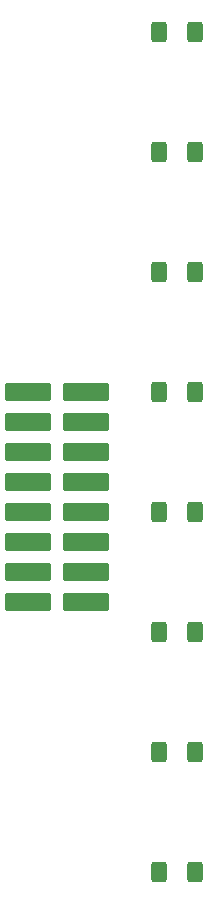
<source format=gbr>
%TF.GenerationSoftware,KiCad,Pcbnew,8.0.3-8.0.3-0~ubuntu22.04.1*%
%TF.CreationDate,2024-06-26T16:44:31+03:00*%
%TF.ProjectId,PM-RQ8-front,504d2d52-5138-42d6-9672-6f6e742e6b69,rev?*%
%TF.SameCoordinates,Original*%
%TF.FileFunction,Soldermask,Bot*%
%TF.FilePolarity,Negative*%
%FSLAX46Y46*%
G04 Gerber Fmt 4.6, Leading zero omitted, Abs format (unit mm)*
G04 Created by KiCad (PCBNEW 8.0.3-8.0.3-0~ubuntu22.04.1) date 2024-06-26 16:44:31*
%MOMM*%
%LPD*%
G01*
G04 APERTURE LIST*
G04 Aperture macros list*
%AMRoundRect*
0 Rectangle with rounded corners*
0 $1 Rounding radius*
0 $2 $3 $4 $5 $6 $7 $8 $9 X,Y pos of 4 corners*
0 Add a 4 corners polygon primitive as box body*
4,1,4,$2,$3,$4,$5,$6,$7,$8,$9,$2,$3,0*
0 Add four circle primitives for the rounded corners*
1,1,$1+$1,$2,$3*
1,1,$1+$1,$4,$5*
1,1,$1+$1,$6,$7*
1,1,$1+$1,$8,$9*
0 Add four rect primitives between the rounded corners*
20,1,$1+$1,$2,$3,$4,$5,0*
20,1,$1+$1,$4,$5,$6,$7,0*
20,1,$1+$1,$6,$7,$8,$9,0*
20,1,$1+$1,$8,$9,$2,$3,0*%
G04 Aperture macros list end*
%ADD10RoundRect,0.250000X-0.400000X-0.625000X0.400000X-0.625000X0.400000X0.625000X-0.400000X0.625000X0*%
%ADD11RoundRect,0.102000X1.840000X-0.635000X1.840000X0.635000X-1.840000X0.635000X-1.840000X-0.635000X0*%
G04 APERTURE END LIST*
D10*
%TO.C,R5*%
X150850000Y-101600000D03*
X153950000Y-101600000D03*
%TD*%
%TO.C,R4*%
X150850000Y-91440000D03*
X153950000Y-91440000D03*
%TD*%
%TO.C,R2*%
X150850000Y-71120000D03*
X153950000Y-71120000D03*
%TD*%
%TO.C,R3*%
X150850000Y-81280000D03*
X153950000Y-81280000D03*
%TD*%
%TO.C,R1*%
X150850000Y-60960000D03*
X153950000Y-60960000D03*
%TD*%
%TO.C,R7*%
X150850000Y-121920000D03*
X153950000Y-121920000D03*
%TD*%
D11*
%TO.C,J2*%
X144715000Y-91440000D03*
X139765000Y-91440000D03*
X144715000Y-93980000D03*
X139765000Y-93980000D03*
X144715000Y-96520000D03*
X139765000Y-96520000D03*
X144715000Y-99060000D03*
X139765000Y-99060000D03*
X144715000Y-101600000D03*
X139765000Y-101600000D03*
X144715000Y-104140000D03*
X139765000Y-104140000D03*
X144715000Y-106680000D03*
X139765000Y-106680000D03*
X144715000Y-109220000D03*
X139765000Y-109220000D03*
%TD*%
D10*
%TO.C,R8*%
X150850000Y-132080000D03*
X153950000Y-132080000D03*
%TD*%
%TO.C,R6*%
X150850000Y-111760000D03*
X153950000Y-111760000D03*
%TD*%
M02*

</source>
